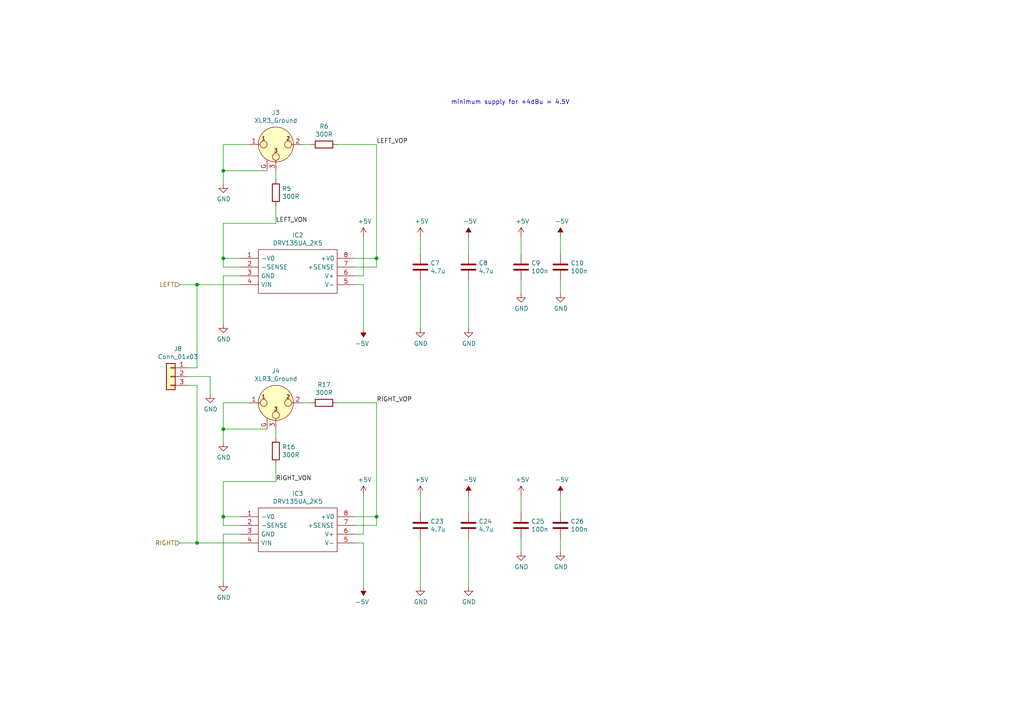
<source format=kicad_sch>
(kicad_sch (version 20211123) (generator eeschema)
  (paper "A4")
  (lib_symbols
    (symbol "BalancedAudioBox:DRV135UA_2K5" (pin_names (offset 0.762))
      (property "Reference" "IC" (at 29.21 7.62 0))
      (property "Value" "DRV135UA_2K5" (at 29.21 5.08 0))
      (symbol "DRV135UA_2K5_0_0"
        (pin bidirectional line (at 0 0 0) (length 5.08) (name "-V0") (number "1"))
        (pin bidirectional line (at 0 -2.54 0) (length 5.08) (name "-SENSE") (number "2"))
        (pin bidirectional line (at 0 -5.08 0) (length 5.08) (name "GND") (number "3"))
        (pin bidirectional line (at 0 -7.62 0) (length 5.08) (name "VIN") (number "4"))
        (pin bidirectional line (at 33.02 -7.62 180) (length 5.08) (name "V-") (number "5"))
        (pin bidirectional line (at 33.02 -5.08 180) (length 5.08) (name "V+") (number "6"))
        (pin bidirectional line (at 33.02 -2.54 180) (length 5.08) (name "+SENSE") (number "7"))
        (pin bidirectional line (at 33.02 0 180) (length 5.08) (name "+V0") (number "8"))
      )
      (symbol "DRV135UA_2K5_0_1"
        (polyline (pts (xy 5.08 2.54) (xy 27.94 2.54) (xy 27.94 -10.16) (xy 5.08 -10.16) (xy 5.08 2.54)) (stroke (width 0.1524)))
      )
    )
    (symbol "Connector:XLR3_Ground" (pin_names hide)
      (property "Reference" "J" (at 0 8.89 0))
      (property "Value" "XLR3_Ground" (at 0 6.35 0))
      (symbol "XLR3_Ground_0_1"
        (circle (center -3.556 0) (radius 1.016))
        (circle (center 0 -3.556) (radius 1.016))
        (polyline (pts (xy -5.08 0) (xy -4.572 0)))
        (polyline (pts (xy -2.54 -5.08) (xy -2.54 -4.445)))
        (polyline (pts (xy 0 -5.08) (xy 0 -4.572)))
        (polyline (pts (xy 5.08 0) (xy 4.572 0)))
        (circle (center 0 0) (radius 5.08) (fill (type background)))
        (circle (center 3.556 0) (radius 1.016))
        (text "1" (at -3.556 1.778 0) (effects (font (size 1.016 1.016) bold)))
        (text "2" (at 3.556 1.778 0) (effects (font (size 1.016 1.016) bold)))
        (text "3" (at 0 -1.778 0) (effects (font (size 1.016 1.016) bold)))
        (pin passive line (at -7.62 0 0) (length 2.54) (name "~") (number "1"))
        (pin passive line (at 7.62 0 180) (length 2.54) (name "~") (number "2"))
        (pin passive line (at 0 -7.62 90) (length 2.54) (name "~") (number "3"))
      )
      (symbol "XLR3_Ground_1_1"
        (pin passive line (at -2.54 -7.62 90) (length 2.54) (name "~") (number "G"))
      )
    )
    (symbol "Connector_Generic:Conn_01x03" (pin_names (offset 1.016) hide)
      (property "Reference" "J" (at 0 5.08 0))
      (property "Value" "Conn_01x03" (at 0 -5.08 0))
      (symbol "Conn_01x03_1_1"
        (rectangle (start -1.27 -2.413) (end 0 -2.667) (stroke (width 0.1524)))
        (rectangle (start -1.27 0.127) (end 0 -0.127) (stroke (width 0.1524)))
        (rectangle (start -1.27 2.667) (end 0 2.413) (stroke (width 0.1524)))
        (rectangle (start -1.27 3.81) (end 1.27 -3.81) (stroke (width 0.254)) (fill (type background)))
        (pin passive line (at -5.08 2.54 0) (length 3.81) (name "Pin_1") (number "1"))
        (pin passive line (at -5.08 0 0) (length 3.81) (name "Pin_2") (number "2"))
        (pin passive line (at -5.08 -2.54 0) (length 3.81) (name "Pin_3") (number "3"))
      )
    )
    (symbol "Device:C" (pin_numbers hide) (pin_names (offset 0.254))
      (property "Reference" "C" (at 0.635 2.54 0))
      (property "Value" "C" (at 0.635 -2.54 0))
      (symbol "C_0_1"
        (polyline (pts (xy -2.032 -0.762) (xy 2.032 -0.762)) (stroke (width 0.508)))
        (polyline (pts (xy -2.032 0.762) (xy 2.032 0.762)) (stroke (width 0.508)))
      )
      (symbol "C_1_1"
        (pin passive line (at 0 3.81 270) (length 2.794) (name "~") (number "1"))
        (pin passive line (at 0 -3.81 90) (length 2.794) (name "~") (number "2"))
      )
    )
    (symbol "Device:R" (pin_numbers hide) (pin_names (offset 0))
      (property "Reference" "R" (at 2.032 0 90))
      (property "Value" "R" (at 0 0 90))
      (symbol "R_0_1"
        (rectangle (start -1.016 -2.54) (end 1.016 2.54) (stroke (width 0.254)))
      )
      (symbol "R_1_1"
        (pin passive line (at 0 3.81 270) (length 1.27) (name "~") (number "1"))
        (pin passive line (at 0 -3.81 90) (length 1.27) (name "~") (number "2"))
      )
    )
    (symbol "power:+5V" (power) (pin_names (offset 0))
      (property "Value" "+5V" (at 0 3.556 0))
      (symbol "+5V_0_1"
        (polyline (pts (xy -0.762 1.27) (xy 0 2.54)))
        (polyline (pts (xy 0 0) (xy 0 2.54)))
        (polyline (pts (xy 0 2.54) (xy 0.762 1.27)))
      )
      (symbol "+5V_1_1"
        (pin power_in line (at 0 0 90) (length 0) hide (name "+5V") (number "1"))
      )
    )
    (symbol "power:-5V" (power) (pin_names (offset 0))
      (property "Value" "-5V" (at 0 3.81 0))
      (symbol "-5V_0_0"
        (pin power_in line (at 0 0 90) (length 0) hide (name "-5V") (number "1"))
      )
      (symbol "-5V_0_1"
        (polyline (pts (xy 0 0) (xy 0 1.27) (xy 0.762 1.27) (xy 0 2.54) (xy -0.762 1.27) (xy 0 1.27)) (fill (type outline)))
      )
    )
    (symbol "power:GND" (power) (pin_names (offset 0))
      (property "Value" "GND" (at 0 -3.81 0))
      (symbol "GND_0_1"
        (polyline (pts (xy 0 0) (xy 0 -1.27) (xy 1.27 -1.27) (xy 0 -2.54) (xy -1.27 -1.27) (xy 0 -1.27)))
      )
      (symbol "GND_1_1"
        (pin power_in line (at 0 0 270) (length 0) hide (name "GND") (number "1"))
      )
    )
  )
  (junction (at 64.77 49.53))
  (junction (at 64.77 149.86))
  (junction (at 64.77 74.93))
  (junction (at 57.15 157.48))
  (junction (at 57.15 82.55))
  (junction (at 109.22 74.93))
  (junction (at 64.77 124.46))
  (junction (at 109.22 149.86))
  (wire (pts (xy 162.56 85.09) (xy 162.56 81.28)))
  (wire (pts (xy 64.77 152.4) (xy 64.77 149.86)))
  (wire (pts (xy 151.13 73.66) (xy 151.13 68.58)))
  (wire (pts (xy 64.77 53.34) (xy 64.77 49.53)))
  (wire (pts (xy 57.15 106.68) (xy 57.15 82.55)))
  (wire (pts (xy 162.56 73.66) (xy 162.56 68.58)))
  (wire (pts (xy 80.01 64.77) (xy 80.01 59.69)))
  (wire (pts (xy 57.15 82.55) (xy 69.85 82.55)))
  (wire (pts (xy 64.77 128.27) (xy 64.77 124.46)))
  (wire (pts (xy 64.77 74.93) (xy 64.77 64.77)))
  (wire (pts (xy 135.89 148.59) (xy 135.89 143.51)))
  (wire (pts (xy 102.87 80.01) (xy 105.41 80.01)))
  (wire (pts (xy 64.77 116.84) (xy 72.39 116.84)))
  (wire (pts (xy 87.63 41.91) (xy 90.17 41.91)))
  (wire (pts (xy 109.22 152.4) (xy 109.22 149.86)))
  (wire (pts (xy 64.77 41.91) (xy 72.39 41.91)))
  (wire (pts (xy 102.87 74.93) (xy 109.22 74.93)))
  (wire (pts (xy 57.15 111.76) (xy 57.15 157.48)))
  (wire (pts (xy 121.92 68.58) (xy 121.92 73.66)))
  (wire (pts (xy 162.56 148.59) (xy 162.56 143.51)))
  (wire (pts (xy 64.77 168.91) (xy 64.77 154.94)))
  (wire (pts (xy 105.41 82.55) (xy 105.41 95.25)))
  (wire (pts (xy 109.22 77.47) (xy 109.22 74.93)))
  (wire (pts (xy 109.22 41.91) (xy 97.79 41.91)))
  (wire (pts (xy 69.85 77.47) (xy 64.77 77.47)))
  (wire (pts (xy 64.77 80.01) (xy 69.85 80.01)))
  (wire (pts (xy 69.85 74.93) (xy 64.77 74.93)))
  (wire (pts (xy 77.47 49.53) (xy 64.77 49.53)))
  (wire (pts (xy 162.56 160.02) (xy 162.56 156.21)))
  (wire (pts (xy 109.22 74.93) (xy 109.22 41.91)))
  (wire (pts (xy 52.07 82.55) (xy 57.15 82.55)))
  (wire (pts (xy 64.77 49.53) (xy 64.77 41.91)))
  (wire (pts (xy 135.89 95.25) (xy 135.89 81.28)))
  (wire (pts (xy 64.77 93.98) (xy 64.77 80.01)))
  (wire (pts (xy 54.61 106.68) (xy 57.15 106.68)))
  (wire (pts (xy 105.41 154.94) (xy 105.41 143.51)))
  (wire (pts (xy 69.85 152.4) (xy 64.77 152.4)))
  (wire (pts (xy 102.87 82.55) (xy 105.41 82.55)))
  (wire (pts (xy 102.87 149.86) (xy 109.22 149.86)))
  (wire (pts (xy 80.01 139.7) (xy 80.01 134.62)))
  (wire (pts (xy 64.77 64.77) (xy 80.01 64.77)))
  (wire (pts (xy 105.41 80.01) (xy 105.41 68.58)))
  (wire (pts (xy 64.77 124.46) (xy 64.77 116.84)))
  (wire (pts (xy 80.01 124.46) (xy 80.01 127)))
  (wire (pts (xy 102.87 77.47) (xy 109.22 77.47)))
  (wire (pts (xy 69.85 149.86) (xy 64.77 149.86)))
  (wire (pts (xy 102.87 154.94) (xy 105.41 154.94)))
  (wire (pts (xy 60.96 109.22) (xy 60.96 114.3)))
  (wire (pts (xy 57.15 157.48) (xy 69.85 157.48)))
  (wire (pts (xy 64.77 77.47) (xy 64.77 74.93)))
  (wire (pts (xy 151.13 148.59) (xy 151.13 143.51)))
  (wire (pts (xy 87.63 116.84) (xy 90.17 116.84)))
  (wire (pts (xy 77.47 124.46) (xy 64.77 124.46)))
  (wire (pts (xy 80.01 49.53) (xy 80.01 52.07)))
  (wire (pts (xy 102.87 152.4) (xy 109.22 152.4)))
  (wire (pts (xy 54.61 111.76) (xy 57.15 111.76)))
  (wire (pts (xy 121.92 143.51) (xy 121.92 148.59)))
  (wire (pts (xy 135.89 170.18) (xy 135.89 156.21)))
  (wire (pts (xy 102.87 157.48) (xy 105.41 157.48)))
  (wire (pts (xy 52.07 157.48) (xy 57.15 157.48)))
  (wire (pts (xy 64.77 154.94) (xy 69.85 154.94)))
  (wire (pts (xy 105.41 157.48) (xy 105.41 170.18)))
  (wire (pts (xy 121.92 156.21) (xy 121.92 170.18)))
  (wire (pts (xy 64.77 149.86) (xy 64.77 139.7)))
  (wire (pts (xy 151.13 85.09) (xy 151.13 81.28)))
  (wire (pts (xy 135.89 73.66) (xy 135.89 68.58)))
  (wire (pts (xy 109.22 116.84) (xy 97.79 116.84)))
  (wire (pts (xy 64.77 139.7) (xy 80.01 139.7)))
  (wire (pts (xy 54.61 109.22) (xy 60.96 109.22)))
  (wire (pts (xy 109.22 149.86) (xy 109.22 116.84)))
  (wire (pts (xy 151.13 160.02) (xy 151.13 156.21)))
  (wire (pts (xy 121.92 81.28) (xy 121.92 95.25)))
  (text "minimum supply for +4dBu = 4.5V" (at 130.81 30.48 0) (effects (font (size 1.27 1.27)) (justify left bottom)))
  (label "RIGHT_VON" (at 80.01 139.7 0))
  (label "RIGHT_VOP" (at 109.22 116.84 0))
  (label "LEFT_VON" (at 80.01 64.77 0))
  (label "LEFT_VOP" (at 109.22 41.91 0))
  (hierarchical_label "RIGHT" (shape input) (at 52.07 157.48 180))
  (hierarchical_label "LEFT" (shape input) (at 52.07 82.55 180))
  (symbol (lib_id "BalancedAudioBox:DRV135UA_2K5") (at 69.85 74.93 0) (unit 1)
    (property "Reference" "IC2" (at 86.36 68.199 0))
    (property "Value" "DRV135UA_2K5" (at 86.36 70.5104 0))
    (property "Footprint" "Package_SO:SOIC-8_3.9x4.9mm_P1.27mm" (effects hide))
    (property "Datasheet" "http://www.ti.com/lit/gpn/drv135" (effects hide))
    (property "Description" "Audio Balanced Line Drivers" (effects hide))
    (property "Height" "1.75" (effects hide))
    (property "Manufacturer_Name" "Texas Instruments" (effects hide))
    (property "Manufacturer_Part_Number" "DRV135UA/2K5" (effects hide))
    (property "Mouser Part Number" "595-DRV135UA/2K5" (effects hide))
    (property "Mouser Price/Stock" "https://www.mouser.com/Search/Refine.aspx?Keyword=595-DRV135UA%2F2K5" (effects hide))
  )
  (symbol (lib_id "Connector:XLR3_Ground") (at 80.01 41.91 0) (unit 1)
    (property "Reference" "J3" (at 80.01 32.639 0))
    (property "Value" "XLR3_Ground" (at 80.01 34.9504 0))
    (property "Footprint" "BalancedAudioBox:XLR-NC3MA" (effects hide))
    (property "Datasheet" " ~" (effects hide))
  )
  (symbol (lib_id "Device:R") (at 80.01 55.88 180) (unit 1)
    (property "Reference" "R5" (at 81.788 54.7116 0) (effects (justify right)))
    (property "Value" "300R" (at 81.788 57.023 0) (effects (justify right)))
    (property "Footprint" "Resistor_SMD:R_0603_1608Metric" (effects hide))
  )
  (symbol (lib_id "Device:R") (at 93.98 41.91 90) (unit 1)
    (property "Reference" "R6" (at 93.98 36.6522 90))
    (property "Value" "300R" (at 93.98 38.9636 90))
    (property "Footprint" "Resistor_SMD:R_0603_1608Metric" (effects hide))
  )
  (symbol (lib_id "power:GND") (at 64.77 93.98 0) (unit 1)
    (property "Reference" "#PWR018" (effects hide))
    (property "Value" "GND" (at 64.897 98.3742 0))
  )
  (symbol (lib_id "power:-5V") (at 105.41 95.25 180) (unit 1)
    (property "Reference" "#PWR020" (effects hide))
    (property "Value" "-5V" (at 105.029 99.6442 0))
  )
  (symbol (lib_id "power:+5V") (at 105.41 68.58 0) (unit 1)
    (property "Reference" "#PWR019" (effects hide))
    (property "Value" "+5V" (at 105.791 64.1858 0))
  )
  (symbol (lib_id "power:+5V") (at 121.92 68.58 0) (unit 1)
    (property "Reference" "#PWR021" (effects hide))
    (property "Value" "+5V" (at 122.301 64.1858 0))
  )
  (symbol (lib_id "power:-5V") (at 135.89 68.58 0) (unit 1)
    (property "Reference" "#PWR023" (effects hide))
    (property "Value" "-5V" (at 136.271 64.1858 0))
  )
  (symbol (lib_id "Device:C") (at 121.92 77.47 0) (unit 1)
    (property "Reference" "C7" (at 124.841 76.3016 0) (effects (justify left)))
    (property "Value" "4.7u" (at 124.841 78.613 0) (effects (justify left)))
    (property "Footprint" "Capacitor_SMD:C_0603_1608Metric" (effects hide))
  )
  (symbol (lib_id "Device:C") (at 135.89 77.47 0) (unit 1)
    (property "Reference" "C8" (at 138.811 76.3016 0) (effects (justify left)))
    (property "Value" "4.7u" (at 138.811 78.613 0) (effects (justify left)))
    (property "Footprint" "Capacitor_SMD:C_0603_1608Metric" (effects hide))
  )
  (symbol (lib_id "power:GND") (at 121.92 95.25 0) (unit 1)
    (property "Reference" "#PWR022" (effects hide))
    (property "Value" "GND" (at 122.047 99.6442 0))
  )
  (symbol (lib_id "power:GND") (at 135.89 95.25 0) (unit 1)
    (property "Reference" "#PWR024" (effects hide))
    (property "Value" "GND" (at 136.017 99.6442 0))
  )
  (symbol (lib_id "power:GND") (at 64.77 53.34 0) (unit 1)
    (property "Reference" "#PWR017" (effects hide))
    (property "Value" "GND" (at 64.897 57.7342 0))
  )
  (symbol (lib_id "BalancedAudioBox:DRV135UA_2K5") (at 69.85 149.86 0) (unit 1)
    (property "Reference" "IC3" (at 86.36 143.129 0))
    (property "Value" "DRV135UA_2K5" (at 86.36 145.4404 0))
    (property "Footprint" "Package_SO:SOIC-8_3.9x4.9mm_P1.27mm" (effects hide))
    (property "Datasheet" "http://www.ti.com/lit/gpn/drv135" (effects hide))
    (property "Description" "Audio Balanced Line Drivers" (effects hide))
    (property "Height" "1.75" (effects hide))
    (property "Manufacturer_Name" "Texas Instruments" (effects hide))
    (property "Manufacturer_Part_Number" "DRV135UA/2K5" (effects hide))
    (property "Mouser Part Number" "595-DRV135UA/2K5" (effects hide))
    (property "Mouser Price/Stock" "https://www.mouser.com/Search/Refine.aspx?Keyword=595-DRV135UA%2F2K5" (effects hide))
  )
  (symbol (lib_id "Connector:XLR3_Ground") (at 80.01 116.84 0) (unit 1)
    (property "Reference" "J4" (at 80.01 107.569 0))
    (property "Value" "XLR3_Ground" (at 80.01 109.8804 0))
    (property "Footprint" "BalancedAudioBox:XLR-NC3MA" (effects hide))
    (property "Datasheet" " ~" (effects hide))
  )
  (symbol (lib_id "Device:R") (at 80.01 130.81 180) (unit 1)
    (property "Reference" "R16" (at 81.788 129.6416 0) (effects (justify right)))
    (property "Value" "300R" (at 81.788 131.953 0) (effects (justify right)))
    (property "Footprint" "Resistor_SMD:R_0603_1608Metric" (effects hide))
  )
  (symbol (lib_id "Device:R") (at 93.98 116.84 90) (unit 1)
    (property "Reference" "R17" (at 93.98 111.5822 90))
    (property "Value" "300R" (at 93.98 113.8936 90))
    (property "Footprint" "Resistor_SMD:R_0603_1608Metric" (effects hide))
  )
  (symbol (lib_id "power:GND") (at 64.77 168.91 0) (unit 1)
    (property "Reference" "#PWR056" (effects hide))
    (property "Value" "GND" (at 64.897 173.3042 0))
  )
  (symbol (lib_id "power:-5V") (at 105.41 170.18 180) (unit 1)
    (property "Reference" "#PWR058" (effects hide))
    (property "Value" "-5V" (at 105.029 174.5742 0))
  )
  (symbol (lib_id "power:+5V") (at 105.41 143.51 0) (unit 1)
    (property "Reference" "#PWR057" (effects hide))
    (property "Value" "+5V" (at 105.791 139.1158 0))
  )
  (symbol (lib_id "power:+5V") (at 121.92 143.51 0) (unit 1)
    (property "Reference" "#PWR059" (effects hide))
    (property "Value" "+5V" (at 122.301 139.1158 0))
  )
  (symbol (lib_id "power:-5V") (at 135.89 143.51 0) (unit 1)
    (property "Reference" "#PWR061" (effects hide))
    (property "Value" "-5V" (at 136.271 139.1158 0))
  )
  (symbol (lib_id "Device:C") (at 121.92 152.4 0) (unit 1)
    (property "Reference" "C23" (at 124.841 151.2316 0) (effects (justify left)))
    (property "Value" "4.7u" (at 124.841 153.543 0) (effects (justify left)))
    (property "Footprint" "Capacitor_SMD:C_0603_1608Metric" (effects hide))
  )
  (symbol (lib_id "Device:C") (at 135.89 152.4 0) (unit 1)
    (property "Reference" "C24" (at 138.811 151.2316 0) (effects (justify left)))
    (property "Value" "4.7u" (at 138.811 153.543 0) (effects (justify left)))
    (property "Footprint" "Capacitor_SMD:C_0603_1608Metric" (effects hide))
  )
  (symbol (lib_id "power:GND") (at 121.92 170.18 0) (unit 1)
    (property "Reference" "#PWR060" (effects hide))
    (property "Value" "GND" (at 122.047 174.5742 0))
  )
  (symbol (lib_id "power:GND") (at 135.89 170.18 0) (unit 1)
    (property "Reference" "#PWR062" (effects hide))
    (property "Value" "GND" (at 136.017 174.5742 0))
  )
  (symbol (lib_id "power:GND") (at 64.77 128.27 0) (unit 1)
    (property "Reference" "#PWR055" (effects hide))
    (property "Value" "GND" (at 64.897 132.6642 0))
  )
  (symbol (lib_id "Device:C") (at 151.13 152.4 0)
    (property "Reference" "C25" (at 154.051 151.2316 0) (effects (justify left)))
    (property "Value" "100n" (at 154.051 153.543 0) (effects (justify left)))
    (property "Footprint" "Capacitor_SMD:C_0402_1005Metric" (effects hide))
  )
  (symbol (lib_id "Device:C") (at 162.56 152.4 0)
    (property "Reference" "C26" (at 165.481 151.2316 0) (effects (justify left)))
    (property "Value" "100n" (at 165.481 153.543 0) (effects (justify left)))
    (property "Footprint" "Capacitor_SMD:C_0402_1005Metric" (effects hide))
  )
  (symbol (lib_id "power:GND") (at 151.13 160.02 0)
    (property "Reference" "#PWR065" (effects hide))
    (property "Value" "GND" (at 151.257 164.4142 0))
  )
  (symbol (lib_id "power:GND") (at 162.56 160.02 0)
    (property "Reference" "#PWR068" (effects hide))
    (property "Value" "GND" (at 162.687 164.4142 0))
  )
  (symbol (lib_id "power:+5V") (at 151.13 143.51 0) (unit 1)
    (property "Reference" "#PWR064" (effects hide))
    (property "Value" "+5V" (at 151.511 139.1158 0))
  )
  (symbol (lib_id "power:-5V") (at 162.56 143.51 0) (unit 1)
    (property "Reference" "#PWR067" (effects hide))
    (property "Value" "-5V" (at 162.941 139.1158 0))
  )
  (symbol (lib_id "Device:C") (at 151.13 77.47 0)
    (property "Reference" "C9" (at 154.051 76.3016 0) (effects (justify left)))
    (property "Value" "100n" (at 154.051 78.613 0) (effects (justify left)))
    (property "Footprint" "Capacitor_SMD:C_0402_1005Metric" (effects hide))
  )
  (symbol (lib_id "Device:C") (at 162.56 77.47 0)
    (property "Reference" "C10" (at 165.481 76.3016 0) (effects (justify left)))
    (property "Value" "100n" (at 165.481 78.613 0) (effects (justify left)))
    (property "Footprint" "Capacitor_SMD:C_0402_1005Metric" (effects hide))
  )
  (symbol (lib_id "power:GND") (at 151.13 85.09 0)
    (property "Reference" "#PWR025" (effects hide))
    (property "Value" "GND" (at 151.257 89.4842 0))
  )
  (symbol (lib_id "power:GND") (at 162.56 85.09 0)
    (property "Reference" "#PWR026" (effects hide))
    (property "Value" "GND" (at 162.687 89.4842 0))
  )
  (symbol (lib_id "power:+5V") (at 151.13 68.58 0) (unit 1)
    (property "Reference" "#PWR063" (effects hide))
    (property "Value" "+5V" (at 151.511 64.1858 0))
  )
  (symbol (lib_id "power:-5V") (at 162.56 68.58 0) (unit 1)
    (property "Reference" "#PWR066" (effects hide))
    (property "Value" "-5V" (at 162.941 64.1858 0))
  )
  (symbol (lib_id "Connector_Generic:Conn_01x03") (at 49.53 109.22 0) (mirror y) (unit 1)
    (property "Reference" "J8" (at 51.6128 101.1682 0))
    (property "Value" "Conn_01x03" (at 51.6128 103.4796 0))
    (property "Footprint" "Connector_PinHeader_2.54mm:PinHeader_1x03_P2.54mm_Vertical" (effects hide))
  )
  (symbol (lib_id "power:GND") (at 60.96 114.3 0) (unit 1)
    (property "Reference" "#PWR0103" (effects hide))
    (property "Value" "GND" (at 61.087 118.6942 0))
  )
)
</source>
